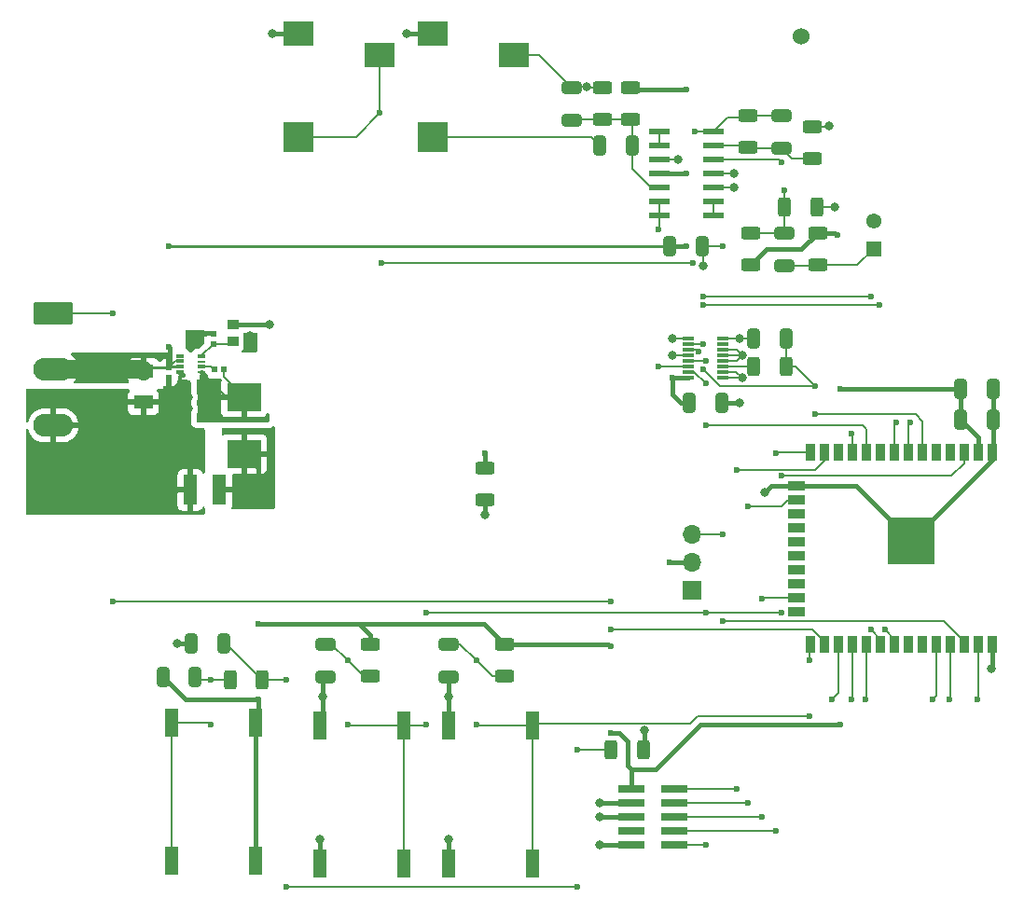
<source format=gbr>
%TF.GenerationSoftware,KiCad,Pcbnew,(6.0.11)*%
%TF.CreationDate,2023-03-14T15:00:17-04:00*%
%TF.ProjectId,RDNT_PCB,52444e54-5f50-4434-922e-6b696361645f,rev?*%
%TF.SameCoordinates,Original*%
%TF.FileFunction,Copper,L1,Top*%
%TF.FilePolarity,Positive*%
%FSLAX46Y46*%
G04 Gerber Fmt 4.6, Leading zero omitted, Abs format (unit mm)*
G04 Created by KiCad (PCBNEW (6.0.11)) date 2023-03-14 15:00:17*
%MOMM*%
%LPD*%
G01*
G04 APERTURE LIST*
G04 Aperture macros list*
%AMRoundRect*
0 Rectangle with rounded corners*
0 $1 Rounding radius*
0 $2 $3 $4 $5 $6 $7 $8 $9 X,Y pos of 4 corners*
0 Add a 4 corners polygon primitive as box body*
4,1,4,$2,$3,$4,$5,$6,$7,$8,$9,$2,$3,0*
0 Add four circle primitives for the rounded corners*
1,1,$1+$1,$2,$3*
1,1,$1+$1,$4,$5*
1,1,$1+$1,$6,$7*
1,1,$1+$1,$8,$9*
0 Add four rect primitives between the rounded corners*
20,1,$1+$1,$2,$3,$4,$5,0*
20,1,$1+$1,$4,$5,$6,$7,0*
20,1,$1+$1,$6,$7,$8,$9,0*
20,1,$1+$1,$8,$9,$2,$3,0*%
G04 Aperture macros list end*
%TA.AperFunction,SMDPad,CuDef*%
%ADD10RoundRect,0.250000X0.312500X0.625000X-0.312500X0.625000X-0.312500X-0.625000X0.312500X-0.625000X0*%
%TD*%
%TA.AperFunction,SMDPad,CuDef*%
%ADD11RoundRect,0.250000X-0.325000X-0.650000X0.325000X-0.650000X0.325000X0.650000X-0.325000X0.650000X0*%
%TD*%
%TA.AperFunction,ComponentPad*%
%ADD12RoundRect,0.249999X-1.550001X0.790001X-1.550001X-0.790001X1.550001X-0.790001X1.550001X0.790001X0*%
%TD*%
%TA.AperFunction,ComponentPad*%
%ADD13O,3.600000X2.080000*%
%TD*%
%TA.AperFunction,SMDPad,CuDef*%
%ADD14R,1.050000X1.050000*%
%TD*%
%TA.AperFunction,ComponentPad*%
%ADD15R,4.200000X4.200000*%
%TD*%
%TA.AperFunction,SMDPad,CuDef*%
%ADD16R,0.900000X1.500000*%
%TD*%
%TA.AperFunction,SMDPad,CuDef*%
%ADD17R,1.500000X0.900000*%
%TD*%
%TA.AperFunction,SMDPad,CuDef*%
%ADD18RoundRect,0.250000X-0.625000X0.312500X-0.625000X-0.312500X0.625000X-0.312500X0.625000X0.312500X0*%
%TD*%
%TA.AperFunction,SMDPad,CuDef*%
%ADD19R,2.800000X2.800000*%
%TD*%
%TA.AperFunction,SMDPad,CuDef*%
%ADD20R,2.800000X2.200000*%
%TD*%
%TA.AperFunction,SMDPad,CuDef*%
%ADD21R,1.260000X2.720000*%
%TD*%
%TA.AperFunction,SMDPad,CuDef*%
%ADD22R,0.980000X0.860000*%
%TD*%
%TA.AperFunction,SMDPad,CuDef*%
%ADD23R,0.745700X0.300000*%
%TD*%
%TA.AperFunction,SMDPad,CuDef*%
%ADD24R,0.745700X0.306400*%
%TD*%
%TA.AperFunction,SMDPad,CuDef*%
%ADD25R,0.745700X0.298400*%
%TD*%
%TA.AperFunction,SMDPad,CuDef*%
%ADD26R,0.720300X0.290400*%
%TD*%
%TA.AperFunction,SMDPad,CuDef*%
%ADD27R,0.720300X0.298400*%
%TD*%
%TA.AperFunction,SMDPad,CuDef*%
%ADD28R,0.745700X0.281000*%
%TD*%
%TA.AperFunction,SMDPad,CuDef*%
%ADD29RoundRect,0.250000X-0.312500X-0.625000X0.312500X-0.625000X0.312500X0.625000X-0.312500X0.625000X0*%
%TD*%
%TA.AperFunction,SMDPad,CuDef*%
%ADD30R,0.600000X0.510000*%
%TD*%
%TA.AperFunction,SMDPad,CuDef*%
%ADD31RoundRect,0.250000X0.650000X-0.325000X0.650000X0.325000X-0.650000X0.325000X-0.650000X-0.325000X0*%
%TD*%
%TA.AperFunction,SMDPad,CuDef*%
%ADD32R,3.149600X2.565400*%
%TD*%
%TA.AperFunction,SMDPad,CuDef*%
%ADD33R,2.400000X0.740000*%
%TD*%
%TA.AperFunction,SMDPad,CuDef*%
%ADD34R,1.200000X2.500000*%
%TD*%
%TA.AperFunction,SMDPad,CuDef*%
%ADD35R,1.981200X0.558800*%
%TD*%
%TA.AperFunction,SMDPad,CuDef*%
%ADD36RoundRect,0.250000X0.625000X-0.312500X0.625000X0.312500X-0.625000X0.312500X-0.625000X-0.312500X0*%
%TD*%
%TA.AperFunction,SMDPad,CuDef*%
%ADD37RoundRect,0.250000X0.325000X0.650000X-0.325000X0.650000X-0.325000X-0.650000X0.325000X-0.650000X0*%
%TD*%
%TA.AperFunction,SMDPad,CuDef*%
%ADD38R,1.820000X1.250000*%
%TD*%
%TA.AperFunction,SMDPad,CuDef*%
%ADD39R,0.600000X0.540000*%
%TD*%
%TA.AperFunction,SMDPad,CuDef*%
%ADD40RoundRect,0.250000X-0.650000X0.325000X-0.650000X-0.325000X0.650000X-0.325000X0.650000X0.325000X0*%
%TD*%
%TA.AperFunction,SMDPad,CuDef*%
%ADD41R,0.540000X0.600000*%
%TD*%
%TA.AperFunction,ComponentPad*%
%ADD42R,1.700000X1.700000*%
%TD*%
%TA.AperFunction,ComponentPad*%
%ADD43O,1.700000X1.700000*%
%TD*%
%TA.AperFunction,SMDPad,CuDef*%
%ADD44R,0.977900X0.304800*%
%TD*%
%TA.AperFunction,ComponentPad*%
%ADD45R,1.378000X1.378000*%
%TD*%
%TA.AperFunction,ComponentPad*%
%ADD46C,1.378000*%
%TD*%
%TA.AperFunction,ViaPad*%
%ADD47C,0.600000*%
%TD*%
%TA.AperFunction,ViaPad*%
%ADD48C,1.524000*%
%TD*%
%TA.AperFunction,ViaPad*%
%ADD49C,0.800000*%
%TD*%
%TA.AperFunction,Conductor*%
%ADD50C,0.200000*%
%TD*%
%TA.AperFunction,Conductor*%
%ADD51C,0.400000*%
%TD*%
%TA.AperFunction,Conductor*%
%ADD52C,0.250000*%
%TD*%
%TA.AperFunction,Conductor*%
%ADD53C,1.676400*%
%TD*%
G04 APERTURE END LIST*
D10*
%TO.P,R4,1*%
%TO.N,/ADC_In*%
X151068500Y-51562000D03*
%TO.P,R4,2*%
%TO.N,Net-(U2-Pad3)*%
X148143500Y-51562000D03*
%TD*%
D11*
%TO.P,C13,1*%
%TO.N,AGND*%
X148131000Y-49022000D03*
%TO.P,C13,2*%
%TO.N,/ADC_In*%
X151081000Y-49022000D03*
%TD*%
D12*
%TO.P,J6,1,Pin_1*%
%TO.N,/LED_out*%
X84549500Y-46736000D03*
D13*
%TO.P,J6,2,Pin_2*%
%TO.N,5V*%
X84549500Y-51816000D03*
%TO.P,J6,3,Pin_3*%
%TO.N,DGND*%
X84549500Y-56896000D03*
%TD*%
D14*
%TO.P,U1,39,GND*%
%TO.N,DGND*%
X160929000Y-65867000D03*
X162454000Y-67392000D03*
D15*
X162454000Y-67392000D03*
D14*
X163979000Y-67392000D03*
X162454000Y-68917000D03*
X160929000Y-67392000D03*
X162454000Y-65867000D03*
X160929000Y-68917000D03*
X163979000Y-65867000D03*
X163979000Y-68917000D03*
D16*
%TO.P,U1,38,GND*%
X169794000Y-76822000D03*
%TO.P,U1,37,IO23*%
%TO.N,/Case_backup*%
X168524000Y-76822000D03*
%TO.P,U1,36,IO22*%
%TO.N,/Case_LED*%
X167254000Y-76822000D03*
%TO.P,U1,35,TXD0/IO1*%
%TO.N,/Tx*%
X165984000Y-76822000D03*
%TO.P,U1,34,RXD0/IO3*%
%TO.N,/Rx*%
X164714000Y-76822000D03*
%TO.P,U1,33,IO21*%
%TO.N,unconnected-(U1-Pad33)*%
X163444000Y-76822000D03*
%TO.P,U1,32,NC*%
%TO.N,unconnected-(U1-Pad32)*%
X162174000Y-76822000D03*
%TO.P,U1,31,IO19*%
%TO.N,/sel2*%
X160904000Y-76822000D03*
%TO.P,U1,30,IO18*%
%TO.N,/sel1*%
X159634000Y-76822000D03*
%TO.P,U1,29,IO5*%
%TO.N,/sel1_backup*%
X158364000Y-76822000D03*
%TO.P,U1,28,IO17*%
%TO.N,/sel2_backup*%
X157094000Y-76822000D03*
%TO.P,U1,27,IO16*%
%TO.N,/LED_backup*%
X155824000Y-76822000D03*
%TO.P,U1,26,IO4*%
%TO.N,/LED_out*%
X154554000Y-76822000D03*
%TO.P,U1,25,IO0*%
%TO.N,/boot*%
X153284000Y-76822000D03*
D17*
%TO.P,U1,24,IO2*%
%TO.N,unconnected-(U1-Pad24)*%
X152034000Y-73792000D03*
%TO.P,U1,23,IO15*%
%TO.N,Net-(J1-Pad6)*%
X152034000Y-72522000D03*
%TO.P,U1,22,SDI/SD1*%
%TO.N,unconnected-(U1-Pad22)*%
X152034000Y-71252000D03*
%TO.P,U1,21,SDO/SD0*%
%TO.N,unconnected-(U1-Pad21)*%
X152034000Y-69982000D03*
%TO.P,U1,20,SCK/CLK*%
%TO.N,unconnected-(U1-Pad20)*%
X152034000Y-68712000D03*
%TO.P,U1,19,SCS/CMD*%
%TO.N,unconnected-(U1-Pad19)*%
X152034000Y-67442000D03*
%TO.P,U1,18,SWP/SD3*%
%TO.N,unconnected-(U1-Pad18)*%
X152034000Y-66172000D03*
%TO.P,U1,17,SHD/SD2*%
%TO.N,unconnected-(U1-Pad17)*%
X152034000Y-64902000D03*
%TO.P,U1,16,IO13*%
%TO.N,Net-(J1-Pad4)*%
X152034000Y-63632000D03*
%TO.P,U1,15,GND*%
%TO.N,DGND*%
X152034000Y-62362000D03*
D16*
%TO.P,U1,14,IO12*%
%TO.N,Net-(J1-Pad8)*%
X153284000Y-59322000D03*
%TO.P,U1,13,IO14*%
%TO.N,Net-(J1-Pad2)*%
X154554000Y-59322000D03*
%TO.P,U1,12,IO27*%
%TO.N,/Mode_sel*%
X155824000Y-59322000D03*
%TO.P,U1,11,IO26*%
%TO.N,/DAC_backup*%
X157094000Y-59322000D03*
%TO.P,U1,10,IO25*%
%TO.N,/Ble_DAC*%
X158364000Y-59322000D03*
%TO.P,U1,9,IO33*%
%TO.N,unconnected-(U1-Pad9)*%
X159634000Y-59322000D03*
%TO.P,U1,8,IO32*%
%TO.N,/Mode_backup*%
X160904000Y-59322000D03*
%TO.P,U1,7,IO35*%
%TO.N,/ADC_backup*%
X162174000Y-59322000D03*
%TO.P,U1,6,IO34*%
%TO.N,/ADC_In*%
X163444000Y-59322000D03*
%TO.P,U1,5,SENSOR_VN*%
%TO.N,unconnected-(U1-Pad5)*%
X164714000Y-59322000D03*
%TO.P,U1,4,SENSOR_VP*%
%TO.N,unconnected-(U1-Pad4)*%
X165984000Y-59322000D03*
%TO.P,U1,3,EN*%
%TO.N,/reset*%
X167254000Y-59322000D03*
%TO.P,U1,2,VDD*%
%TO.N,VCC*%
X168524000Y-59322000D03*
%TO.P,U1,1,GND*%
%TO.N,DGND*%
X169794000Y-59322000D03*
%TD*%
D18*
%TO.P,R7,1*%
%TO.N,5V*%
X136906000Y-26223500D03*
%TO.P,R7,2*%
%TO.N,Net-(C10-Pad1)*%
X136906000Y-29148500D03*
%TD*%
D19*
%TO.P,J_out1,T*%
%TO.N,/ADC_In*%
X106790000Y-30692000D03*
D20*
%TO.P,J_out1,S*%
%TO.N,AGND*%
X106790000Y-21292000D03*
%TO.P,J_out1,R*%
%TO.N,/ADC_In*%
X114190000Y-23292000D03*
%TD*%
D21*
%TO.P,C_out1,1*%
%TO.N,VCC*%
X99628000Y-62763400D03*
%TO.P,C_out1,2*%
%TO.N,DGND*%
X96968000Y-62763400D03*
%TD*%
D22*
%TO.P,R_fbt1,1*%
%TO.N,Net-(IC1-Pad8)*%
X100838000Y-49279000D03*
%TO.P,R_fbt1,2*%
%TO.N,VCC*%
X100838000Y-47749000D03*
%TD*%
D23*
%TO.P,IC1,1,NC_1*%
%TO.N,unconnected-(IC1-Pad1)*%
X96054650Y-50583400D03*
D24*
%TO.P,IC1,2,EN*%
%TO.N,5V*%
X96054650Y-51080200D03*
D25*
%TO.P,IC1,3,VIN*%
X96054650Y-51584200D03*
D23*
%TO.P,IC1,4,GND*%
%TO.N,DGND*%
X96054650Y-52083400D03*
D26*
%TO.P,IC1,5,SW*%
%TO.N,Net-(C_boot1-Pad2)*%
X97988650Y-52088200D03*
D27*
%TO.P,IC1,6,BST*%
%TO.N,Net-(C_boot1-Pad1)*%
X97988650Y-51584200D03*
D28*
%TO.P,IC1,7,NC_2*%
%TO.N,unconnected-(IC1-Pad7)*%
X98001350Y-51092900D03*
D23*
%TO.P,IC1,8,FB*%
%TO.N,Net-(IC1-Pad8)*%
X98001350Y-50583400D03*
%TD*%
D18*
%TO.P,R17,1*%
%TO.N,VCC*%
X153924000Y-39431500D03*
%TO.P,R17,2*%
%TO.N,Net-(C7-Pad1)*%
X153924000Y-42356500D03*
%TD*%
%TO.P,R20,1*%
%TO.N,AGND*%
X153416000Y-29779500D03*
%TO.P,R20,2*%
%TO.N,Net-(C8-Pad1)*%
X153416000Y-32704500D03*
%TD*%
D10*
%TO.P,R19,1*%
%TO.N,AGND*%
X153862500Y-37084000D03*
%TO.P,R19,2*%
%TO.N,Net-(C7-Pad2)*%
X150937500Y-37084000D03*
%TD*%
D29*
%TO.P,R2,1*%
%TO.N,/mode*%
X135189500Y-86360000D03*
%TO.P,R2,2*%
%TO.N,DGND*%
X138114500Y-86360000D03*
%TD*%
D30*
%TO.P,R_fbb1,1*%
%TO.N,DGND*%
X99060000Y-48602400D03*
%TO.P,R_fbb1,2*%
%TO.N,Net-(IC1-Pad8)*%
X99060000Y-49492400D03*
%TD*%
D18*
%TO.P,R15,1*%
%TO.N,VCC*%
X113284000Y-76769500D03*
%TO.P,R15,2*%
%TO.N,/reset*%
X113284000Y-79694500D03*
%TD*%
D11*
%TO.P,C5,1*%
%TO.N,VCC*%
X94488000Y-79756000D03*
%TO.P,C5,2*%
%TO.N,Net-(C5-Pad2)*%
X97438000Y-79756000D03*
%TD*%
D31*
%TO.P,C8,1*%
%TO.N,Net-(C8-Pad1)*%
X150622000Y-31701000D03*
%TO.P,C8,2*%
%TO.N,/Mic_out*%
X150622000Y-28751000D03*
%TD*%
D32*
%TO.P,L1,1,1*%
%TO.N,VCC*%
X101854000Y-59486800D03*
%TO.P,L1,2,2*%
%TO.N,Net-(C_boot1-Pad2)*%
X101854000Y-54356000D03*
%TD*%
D33*
%TO.P,J1,1,VTref*%
%TO.N,VCC*%
X136988000Y-89916000D03*
%TO.P,J1,2,SWDIO/TMS*%
%TO.N,Net-(J1-Pad2)*%
X140888000Y-89916000D03*
%TO.P,J1,3,GND*%
%TO.N,DGND*%
X136988000Y-91186000D03*
%TO.P,J1,4,SWDCLK/TCK*%
%TO.N,Net-(J1-Pad4)*%
X140888000Y-91186000D03*
%TO.P,J1,5,GND*%
%TO.N,DGND*%
X136988000Y-92456000D03*
%TO.P,J1,6,SWO/TDO*%
%TO.N,Net-(J1-Pad6)*%
X140888000Y-92456000D03*
%TO.P,J1,7,KEY*%
%TO.N,unconnected-(J1-Pad7)*%
X136988000Y-93726000D03*
%TO.P,J1,8,NC/TDI*%
%TO.N,Net-(J1-Pad8)*%
X140888000Y-93726000D03*
%TO.P,J1,9,GNDDetect*%
%TO.N,DGND*%
X136988000Y-94996000D03*
%TO.P,J1,10,~{RESET}*%
%TO.N,/reset*%
X140888000Y-94996000D03*
%TD*%
D34*
%TO.P,SW1,4,A*%
%TO.N,VCC*%
X102870000Y-96420000D03*
%TO.P,SW1,3,K*%
X102870000Y-83920000D03*
%TO.P,SW1,2,2*%
%TO.N,Net-(C5-Pad2)*%
X95250000Y-96420000D03*
%TO.P,SW1,1,1*%
X95250000Y-83920000D03*
%TD*%
D18*
%TO.P,R3,1*%
%TO.N,AGND*%
X123698000Y-60767500D03*
%TO.P,R3,2*%
%TO.N,DGND*%
X123698000Y-63692500D03*
%TD*%
D35*
%TO.P,U3,1*%
%TO.N,Net-(U3-Pad1)*%
X139522200Y-30226000D03*
%TO.P,U3,2,-*%
X139522200Y-31496000D03*
%TO.P,U3,3,+*%
%TO.N,AGND*%
X139522200Y-32766000D03*
%TO.P,U3,4,V+*%
%TO.N,5V*%
X139522200Y-34036000D03*
%TO.P,U3,5,+*%
%TO.N,Net-(C10-Pad1)*%
X139522200Y-35306000D03*
%TO.P,U3,6,-*%
%TO.N,/AUX_mono*%
X139522200Y-36576000D03*
%TO.P,U3,7*%
X139522200Y-37846000D03*
%TO.P,U3,8*%
%TO.N,Net-(U3-Pad8)*%
X144449800Y-37846000D03*
%TO.P,U3,9,-*%
X144449800Y-36576000D03*
%TO.P,U3,10,+*%
%TO.N,AGND*%
X144449800Y-35306000D03*
%TO.P,U3,11,V-*%
X144449800Y-34036000D03*
%TO.P,U3,12,+*%
%TO.N,Net-(C7-Pad2)*%
X144449800Y-32766000D03*
%TO.P,U3,13,-*%
%TO.N,Net-(C8-Pad1)*%
X144449800Y-31496000D03*
%TO.P,U3,14*%
%TO.N,/Mic_out*%
X144449800Y-30226000D03*
%TD*%
D36*
%TO.P,R18,1*%
%TO.N,VCC*%
X147828000Y-42356500D03*
%TO.P,R18,2*%
%TO.N,Net-(C7-Pad2)*%
X147828000Y-39431500D03*
%TD*%
D11*
%TO.P,C4,1*%
%TO.N,DGND*%
X97077000Y-76708000D03*
%TO.P,C4,2*%
%TO.N,/mode*%
X100027000Y-76708000D03*
%TD*%
D37*
%TO.P,C10,1*%
%TO.N,Net-(C10-Pad1)*%
X137111000Y-31496000D03*
%TO.P,C10,2*%
%TO.N,Net-(C10-Pad2)*%
X134161000Y-31496000D03*
%TD*%
D38*
%TO.P,C_in1,1*%
%TO.N,5V*%
X92710000Y-51935400D03*
%TO.P,C_in1,2*%
%TO.N,DGND*%
X92710000Y-54795400D03*
%TD*%
D39*
%TO.P,C_inx1,1*%
%TO.N,5V*%
X94996000Y-51663400D03*
%TO.P,C_inx1,2*%
%TO.N,DGND*%
X94996000Y-52527400D03*
%TD*%
D34*
%TO.P,SW2,1,1*%
%TO.N,DGND*%
X108712000Y-84174000D03*
%TO.P,SW2,2,2*%
X108712000Y-96674000D03*
%TO.P,SW2,3,K*%
%TO.N,/reset*%
X116332000Y-84174000D03*
%TO.P,SW2,4,A*%
X116332000Y-96674000D03*
%TD*%
D40*
%TO.P,C12,1*%
%TO.N,/boot*%
X120396000Y-76757000D03*
%TO.P,C12,2*%
%TO.N,DGND*%
X120396000Y-79707000D03*
%TD*%
D31*
%TO.P,C9,1*%
%TO.N,Net-(C10-Pad1)*%
X131572000Y-29161000D03*
%TO.P,C9,2*%
%TO.N,Net-(C9-Pad2)*%
X131572000Y-26211000D03*
%TD*%
D36*
%TO.P,R8,1*%
%TO.N,Net-(C10-Pad1)*%
X134366000Y-29148500D03*
%TO.P,R8,2*%
%TO.N,AGND*%
X134366000Y-26223500D03*
%TD*%
D31*
%TO.P,C7,1*%
%TO.N,Net-(C7-Pad1)*%
X150876000Y-42369000D03*
%TO.P,C7,2*%
%TO.N,Net-(C7-Pad2)*%
X150876000Y-39419000D03*
%TD*%
D41*
%TO.P,C_boot1,1*%
%TO.N,Net-(C_boot1-Pad1)*%
X99136000Y-51841400D03*
%TO.P,C_boot1,2*%
%TO.N,Net-(C_boot1-Pad2)*%
X100000000Y-51841400D03*
%TD*%
D42*
%TO.P,J5,1,Pin_1*%
%TO.N,DGND*%
X142494000Y-71867000D03*
D43*
%TO.P,J5,2,Pin_2*%
%TO.N,5V*%
X142494000Y-69327000D03*
%TO.P,J5,3,Pin_3*%
%TO.N,/Case_LED*%
X142494000Y-66787000D03*
%TD*%
D11*
%TO.P,C11,1*%
%TO.N,5V*%
X140511000Y-40640000D03*
%TO.P,C11,2*%
%TO.N,AGND*%
X143461000Y-40640000D03*
%TD*%
D18*
%TO.P,R1,1*%
%TO.N,VCC*%
X125476000Y-76769500D03*
%TO.P,R1,2*%
%TO.N,/boot*%
X125476000Y-79694500D03*
%TD*%
D37*
%TO.P,C3,1*%
%TO.N,DGND*%
X169877000Y-53594000D03*
%TO.P,C3,2*%
%TO.N,VCC*%
X166927000Y-53594000D03*
%TD*%
D18*
%TO.P,R21,1*%
%TO.N,/Mic_out*%
X147574000Y-28763500D03*
%TO.P,R21,2*%
%TO.N,Net-(C8-Pad1)*%
X147574000Y-31688500D03*
%TD*%
D29*
%TO.P,R12,1*%
%TO.N,Net-(C5-Pad2)*%
X100584000Y-80010000D03*
%TO.P,R12,2*%
%TO.N,/mode*%
X103509000Y-80010000D03*
%TD*%
D40*
%TO.P,C1,1*%
%TO.N,/reset*%
X109220000Y-76757000D03*
%TO.P,C1,2*%
%TO.N,DGND*%
X109220000Y-79707000D03*
%TD*%
D37*
%TO.P,C6,1*%
%TO.N,AGND*%
X145239000Y-54864000D03*
%TO.P,C6,2*%
%TO.N,5V*%
X142289000Y-54864000D03*
%TD*%
D34*
%TO.P,SW3,1,1*%
%TO.N,DGND*%
X120396000Y-84174000D03*
%TO.P,SW3,2,2*%
X120396000Y-96674000D03*
%TO.P,SW3,3,K*%
%TO.N,/boot*%
X128016000Y-84174000D03*
%TO.P,SW3,4,A*%
X128016000Y-96674000D03*
%TD*%
D20*
%TO.P,J_in1,R*%
%TO.N,Net-(C9-Pad2)*%
X126382000Y-23292000D03*
%TO.P,J_in1,S*%
%TO.N,AGND*%
X118982000Y-21292000D03*
D19*
%TO.P,J_in1,T*%
%TO.N,Net-(C10-Pad2)*%
X118982000Y-30692000D03*
%TD*%
D44*
%TO.P,U2,1,S4*%
%TO.N,AGND*%
X145307050Y-52550441D03*
%TO.P,U2,2,S6*%
X145307050Y-52050315D03*
%TO.P,U2,3,D*%
%TO.N,Net-(U2-Pad3)*%
X145307050Y-51550189D03*
%TO.P,U2,4,S7*%
%TO.N,AGND*%
X145307050Y-51050063D03*
%TO.P,U2,5,S5*%
X145307050Y-50549937D03*
%TO.P,U2,6,EN*%
X145307050Y-50049811D03*
%TO.P,U2,7,NC*%
%TO.N,unconnected-(U2-Pad7)*%
X145307050Y-49549685D03*
%TO.P,U2,8,GND*%
%TO.N,AGND*%
X145307050Y-49049559D03*
%TO.P,U2,9,A2*%
X142220950Y-49049559D03*
%TO.P,U2,10,A1*%
%TO.N,/sel2*%
X142220950Y-49549685D03*
%TO.P,U2,11,A0*%
%TO.N,/sel1*%
X142220950Y-50049811D03*
%TO.P,U2,12,S3*%
%TO.N,AGND*%
X142220950Y-50549937D03*
%TO.P,U2,13,S0*%
%TO.N,/Mic_out*%
X142220950Y-51050063D03*
%TO.P,U2,14,S1*%
%TO.N,/AUX_mono*%
X142220950Y-51550189D03*
%TO.P,U2,15,S2*%
%TO.N,/Ble_DAC*%
X142220950Y-52050315D03*
%TO.P,U2,16,VDD*%
%TO.N,5V*%
X142220950Y-52550441D03*
%TD*%
D37*
%TO.P,C2,1*%
%TO.N,DGND*%
X169877000Y-56388000D03*
%TO.P,C2,2*%
%TO.N,VCC*%
X166927000Y-56388000D03*
%TD*%
D45*
%TO.P,MK2,1*%
%TO.N,Net-(C7-Pad1)*%
X159036000Y-40894000D03*
D46*
%TO.P,MK2,2*%
%TO.N,AGND*%
X159036000Y-38354000D03*
%TD*%
D47*
%TO.N,/mode*%
X132080000Y-86360000D03*
X132080000Y-98806000D03*
X105664000Y-98806000D03*
X105664000Y-80010000D03*
%TO.N,/reset*%
X143764000Y-73914000D03*
D48*
%TO.N,AGND*%
X152400000Y-21590000D03*
D47*
X145288000Y-40640000D03*
%TO.N,/ADC_In*%
X153670000Y-53340000D03*
X153670000Y-55880000D03*
%TO.N,/Ble_DAC*%
X143764000Y-53086000D03*
X143764000Y-56896000D03*
%TO.N,/Case_LED*%
X145288000Y-66802000D03*
X145288000Y-74676000D03*
%TO.N,/LED_out*%
X89916000Y-46736000D03*
X89916000Y-72898000D03*
X135128000Y-72898000D03*
X135128000Y-75438000D03*
%TO.N,/sel1*%
X158750000Y-75438000D03*
X158750000Y-45212000D03*
X143510000Y-45212000D03*
X143139000Y-50154630D03*
%TO.N,/sel2*%
X160020000Y-75438000D03*
X143510000Y-49530000D03*
X159512000Y-45974000D03*
X143510000Y-45974000D03*
%TO.N,/reset*%
X150640500Y-61486500D03*
X118364000Y-73914000D03*
X118364000Y-84074000D03*
X150640500Y-73914000D03*
%TO.N,/boot*%
X153162000Y-78232000D03*
X153162000Y-83312000D03*
%TO.N,Net-(J1-Pad8)*%
X150114000Y-59436000D03*
%TO.N,Net-(J1-Pad6)*%
X148844000Y-72644000D03*
%TO.N,Net-(J1-Pad4)*%
X147574000Y-64262000D03*
%TO.N,Net-(J1-Pad2)*%
X146558000Y-60960000D03*
%TO.N,/Rx*%
X164338000Y-81788000D03*
%TO.N,/Tx*%
X165862000Y-81788000D03*
%TO.N,/sel2_backup*%
X156972000Y-81788000D03*
%TO.N,/sel1_backup*%
X158242000Y-81788000D03*
%TO.N,/Case_backup*%
X168402000Y-81788000D03*
%TO.N,/LED_backup*%
X155194000Y-81788000D03*
%TO.N,/DAC_backup*%
X156972000Y-57658000D03*
%TO.N,/Mode_backup*%
X161036000Y-56642000D03*
%TO.N,/ADC_backup*%
X162306000Y-56642000D03*
%TO.N,/Mic_out*%
X142748000Y-30226000D03*
X143790374Y-51023689D03*
%TO.N,/AUX_mono*%
X139446000Y-51562000D03*
X139446000Y-39116000D03*
%TO.N,/ADC_In*%
X143510000Y-51816000D03*
X142612500Y-42164000D03*
X114300000Y-42164000D03*
X114190000Y-28558000D03*
%TO.N,5V*%
X140462000Y-69342000D03*
%TO.N,/reset*%
X143764000Y-94996000D03*
%TO.N,Net-(J1-Pad8)*%
X150114000Y-93726000D03*
%TO.N,Net-(J1-Pad6)*%
X148844000Y-92456000D03*
%TO.N,Net-(J1-Pad4)*%
X147574000Y-91186000D03*
%TO.N,Net-(J1-Pad2)*%
X146558000Y-89916000D03*
%TO.N,/boot*%
X122936000Y-78232000D03*
X122936000Y-84074000D03*
%TO.N,/reset*%
X111252000Y-78232000D03*
X111252000Y-84074000D03*
%TO.N,Net-(C5-Pad2)*%
X98806000Y-80010000D03*
X98806000Y-84074000D03*
%TO.N,VCC*%
X155956000Y-84074000D03*
X135128000Y-84836000D03*
X135128000Y-76962000D03*
X103124000Y-74930000D03*
X103124000Y-81788000D03*
%TO.N,5V*%
X94996000Y-40640000D03*
X94996000Y-49784000D03*
X140716000Y-52578000D03*
X141986000Y-26416000D03*
X141986000Y-34036000D03*
X141986000Y-40640000D03*
%TO.N,VCC*%
X155956000Y-53594000D03*
X155702000Y-39624000D03*
%TO.N,Net-(C7-Pad2)*%
X150622000Y-33020000D03*
X150876000Y-35560000D03*
D49*
%TO.N,AGND*%
X132998500Y-26162000D03*
X141224000Y-32766000D03*
X146304000Y-34036000D03*
X140716000Y-49022000D03*
X146812000Y-49022000D03*
D47*
X123698000Y-59436000D03*
D49*
X104394000Y-21336000D03*
%TO.N,DGND*%
X149098000Y-62992000D03*
X169672000Y-78994000D03*
X108966000Y-81534000D03*
X95758000Y-76708000D03*
X102362000Y-48768000D03*
X95758000Y-54356000D03*
X138176000Y-84582000D03*
X120396000Y-94488000D03*
X96012000Y-58928000D03*
X96774000Y-54356000D03*
X95250000Y-64008000D03*
X134112000Y-94996000D03*
X97028000Y-49784000D03*
X120396000Y-81534000D03*
X134112000Y-91186000D03*
X134112000Y-92456000D03*
X97028000Y-48768000D03*
X97028000Y-58928000D03*
X95250000Y-62738000D03*
X108712000Y-94488000D03*
X96774000Y-55372000D03*
X123698000Y-65024000D03*
X97028000Y-57912000D03*
X102362000Y-49784000D03*
X96012000Y-57912000D03*
X95758000Y-55372000D03*
%TO.N,VCC*%
X103124000Y-62738000D03*
X104140000Y-47752000D03*
%TO.N,AGND*%
X154940000Y-29718000D03*
X155448000Y-37084000D03*
X143510000Y-42418000D03*
X140716000Y-50546000D03*
X147066000Y-52578000D03*
X147066000Y-50546000D03*
X146304000Y-35306000D03*
X146812000Y-54864000D03*
X116586000Y-21336000D03*
%TD*%
D50*
%TO.N,/mode*%
X132080000Y-86360000D02*
X135189500Y-86360000D01*
X105664000Y-98806000D02*
X132080000Y-98806000D01*
X103509000Y-80010000D02*
X105664000Y-80010000D01*
D51*
%TO.N,VCC*%
X136652000Y-87822500D02*
X136988000Y-88158500D01*
X135890000Y-84836000D02*
X136652000Y-85598000D01*
X135128000Y-84836000D02*
X135890000Y-84836000D01*
X136652000Y-85598000D02*
X136652000Y-87822500D01*
D50*
%TO.N,/reset*%
X143764000Y-73914000D02*
X150640500Y-73914000D01*
X118364000Y-73914000D02*
X143764000Y-73914000D01*
%TO.N,Net-(U2-Pad3)*%
X148131689Y-51550189D02*
X145307050Y-51550189D01*
X148143500Y-51562000D02*
X148131689Y-51550189D01*
%TO.N,AGND*%
X148131000Y-49022000D02*
X146812000Y-49022000D01*
%TO.N,/ADC_In*%
X153670000Y-55880000D02*
X162814000Y-55880000D01*
X162814000Y-55880000D02*
X163444000Y-56510000D01*
X163444000Y-56510000D02*
X163444000Y-59322000D01*
X151068500Y-49034500D02*
X151081000Y-49022000D01*
X151068500Y-51562000D02*
X151068500Y-49034500D01*
X151892000Y-51562000D02*
X151068500Y-51562000D01*
X153670000Y-53340000D02*
X151892000Y-51562000D01*
D51*
%TO.N,VCC*%
X123636500Y-74930000D02*
X125476000Y-76769500D01*
X112268000Y-74930000D02*
X123636500Y-74930000D01*
X113284000Y-75946000D02*
X113284000Y-76769500D01*
X112268000Y-74930000D02*
X113284000Y-75946000D01*
X103124000Y-74930000D02*
X112268000Y-74930000D01*
X99653400Y-62738000D02*
X99628000Y-62763400D01*
X103124000Y-62738000D02*
X99653400Y-62738000D01*
D50*
%TO.N,/DAC_backup*%
X157094000Y-57780000D02*
X157094000Y-59322000D01*
X156972000Y-57658000D02*
X157094000Y-57780000D01*
%TO.N,/ADC_backup*%
X162174000Y-56774000D02*
X162174000Y-59322000D01*
X162306000Y-56642000D02*
X162174000Y-56774000D01*
%TO.N,/Mode_backup*%
X160904000Y-56774000D02*
X160904000Y-59322000D01*
X161036000Y-56642000D02*
X160904000Y-56774000D01*
D51*
%TO.N,DGND*%
X169794000Y-78872000D02*
X169794000Y-76822000D01*
X169672000Y-78994000D02*
X169794000Y-78872000D01*
D50*
%TO.N,/Case_backup*%
X168524000Y-81666000D02*
X168524000Y-76822000D01*
X168402000Y-81788000D02*
X168524000Y-81666000D01*
%TO.N,/Tx*%
X165862000Y-81788000D02*
X165984000Y-81666000D01*
X165984000Y-81666000D02*
X165984000Y-76822000D01*
%TO.N,/Rx*%
X164714000Y-81412000D02*
X164714000Y-76822000D01*
X164338000Y-81788000D02*
X164714000Y-81412000D01*
%TO.N,/LED_backup*%
X155824000Y-81158000D02*
X155824000Y-76822000D01*
X155194000Y-81788000D02*
X155824000Y-81158000D01*
%TO.N,/sel2_backup*%
X156972000Y-81788000D02*
X157094000Y-81666000D01*
X157094000Y-81666000D02*
X157094000Y-76822000D01*
%TO.N,/sel1_backup*%
X158364000Y-81666000D02*
X158364000Y-76822000D01*
X158242000Y-81788000D02*
X158364000Y-81666000D01*
D51*
%TO.N,DGND*%
X152034000Y-62362000D02*
X157424000Y-62362000D01*
X157424000Y-62362000D02*
X162454000Y-67392000D01*
D50*
%TO.N,/mode*%
X100027000Y-76708000D02*
X100207000Y-76708000D01*
X100207000Y-76708000D02*
X103509000Y-80010000D01*
D51*
%TO.N,DGND*%
X96054650Y-52112650D02*
X96266000Y-52324000D01*
D52*
X96054650Y-52083400D02*
X96054650Y-52112650D01*
%TO.N,5V*%
X96054650Y-51584200D02*
X95075200Y-51584200D01*
X95075200Y-51584200D02*
X94996000Y-51663400D01*
D51*
%TO.N,Net-(C_boot1-Pad2)*%
X98298000Y-52578000D02*
X98298000Y-52832000D01*
X98298000Y-52397550D02*
X98298000Y-52578000D01*
X97988650Y-52088200D02*
X98298000Y-52397550D01*
D50*
X97988650Y-52088200D02*
X100256450Y-54356000D01*
X100256450Y-54356000D02*
X101854000Y-54356000D01*
X101854000Y-54356000D02*
X100000000Y-52502000D01*
X100000000Y-52502000D02*
X100000000Y-51841400D01*
%TO.N,Net-(C_boot1-Pad1)*%
X98878800Y-51584200D02*
X99136000Y-51841400D01*
X97988650Y-51584200D02*
X98878800Y-51584200D01*
%TO.N,Net-(IC1-Pad8)*%
X100624600Y-49492400D02*
X100838000Y-49279000D01*
X99060000Y-49492400D02*
X100624600Y-49492400D01*
X98001350Y-50583400D02*
X98001350Y-50551050D01*
X98001350Y-50551050D02*
X99060000Y-49492400D01*
%TO.N,AGND*%
X143461000Y-40640000D02*
X145288000Y-40640000D01*
%TO.N,/ADC_In*%
X145034000Y-53340000D02*
X153670000Y-53340000D01*
X143510000Y-51816000D02*
X145034000Y-53340000D01*
%TO.N,/Ble_DAC*%
X142728315Y-52050315D02*
X142220950Y-52050315D01*
X143764000Y-53086000D02*
X142728315Y-52050315D01*
X158242000Y-57150000D02*
X157988000Y-56896000D01*
X157988000Y-56896000D02*
X143764000Y-56896000D01*
X158364000Y-57272000D02*
X158242000Y-57150000D01*
X158364000Y-59322000D02*
X158364000Y-57272000D01*
%TO.N,/Case_LED*%
X145273000Y-66787000D02*
X142494000Y-66787000D01*
X165408000Y-74676000D02*
X145288000Y-74676000D01*
X167254000Y-76522000D02*
X165408000Y-74676000D01*
X167254000Y-76822000D02*
X167254000Y-76522000D01*
X145288000Y-66802000D02*
X145273000Y-66787000D01*
%TO.N,/sel2*%
X160904000Y-76322000D02*
X160904000Y-76822000D01*
X160020000Y-75438000D02*
X160904000Y-76322000D01*
%TO.N,/sel1*%
X158750000Y-75438000D02*
X159634000Y-76322000D01*
X159634000Y-76322000D02*
X159634000Y-76822000D01*
%TO.N,/LED_out*%
X89916000Y-46736000D02*
X84549500Y-46736000D01*
X135128000Y-72898000D02*
X89916000Y-72898000D01*
X152400000Y-75438000D02*
X135128000Y-75438000D01*
X153470000Y-75438000D02*
X152400000Y-75438000D01*
X154554000Y-76522000D02*
X153470000Y-75438000D01*
X154554000Y-76822000D02*
X154554000Y-76522000D01*
%TO.N,/sel1*%
X158750000Y-45212000D02*
X143510000Y-45212000D01*
X143034181Y-50049811D02*
X143139000Y-50154630D01*
X142220950Y-50049811D02*
X143034181Y-50049811D01*
%TO.N,/sel2*%
X143510000Y-45974000D02*
X159512000Y-45974000D01*
X143490315Y-49549685D02*
X143510000Y-49530000D01*
X142220950Y-49549685D02*
X143490315Y-49549685D01*
%TO.N,/reset*%
X167254000Y-60330000D02*
X167254000Y-59322000D01*
X166097500Y-61486500D02*
X167254000Y-60330000D01*
X150640500Y-61486500D02*
X166097500Y-61486500D01*
X118264000Y-84174000D02*
X118364000Y-84074000D01*
X116332000Y-84174000D02*
X118264000Y-84174000D01*
%TO.N,/boot*%
X153162000Y-76944000D02*
X153284000Y-76822000D01*
X153162000Y-78232000D02*
X153162000Y-76944000D01*
X143002000Y-83312000D02*
X153162000Y-83312000D01*
X142359000Y-83955000D02*
X143002000Y-83312000D01*
X128235000Y-83955000D02*
X142359000Y-83955000D01*
X128016000Y-84174000D02*
X128235000Y-83955000D01*
%TO.N,Net-(J1-Pad8)*%
X150228000Y-59322000D02*
X153284000Y-59322000D01*
X150114000Y-59436000D02*
X150228000Y-59322000D01*
%TO.N,Net-(J1-Pad6)*%
X148966000Y-72522000D02*
X152034000Y-72522000D01*
X148844000Y-72644000D02*
X148966000Y-72522000D01*
%TO.N,Net-(J1-Pad4)*%
X151252000Y-63632000D02*
X150622000Y-64262000D01*
X150622000Y-64262000D02*
X147574000Y-64262000D01*
X152034000Y-63632000D02*
X151252000Y-63632000D01*
D51*
%TO.N,DGND*%
X149728000Y-62362000D02*
X152034000Y-62362000D01*
X149098000Y-62992000D02*
X149728000Y-62362000D01*
D50*
%TO.N,Net-(J1-Pad2)*%
X154554000Y-60076000D02*
X154554000Y-59322000D01*
X153670000Y-60960000D02*
X154554000Y-60076000D01*
X146558000Y-60960000D02*
X153670000Y-60960000D01*
%TO.N,/Mic_out*%
X142748000Y-30226000D02*
X144449800Y-30226000D01*
X143764000Y-51050063D02*
X142220950Y-51050063D01*
X143790374Y-51023689D02*
X143764000Y-51050063D01*
%TO.N,/AUX_mono*%
X139446000Y-51562000D02*
X139457811Y-51550189D01*
X139457811Y-51550189D02*
X142220950Y-51550189D01*
X139522200Y-39039800D02*
X139446000Y-39116000D01*
X139522200Y-37846000D02*
X139522200Y-39039800D01*
%TO.N,/ADC_In*%
X114300000Y-42164000D02*
X142612500Y-42164000D01*
D53*
%TO.N,5V*%
X92590600Y-51816000D02*
X92710000Y-51935400D01*
X84549500Y-51816000D02*
X92590600Y-51816000D01*
X83581000Y-51816000D02*
X84549500Y-51816000D01*
D51*
X140477000Y-69327000D02*
X140462000Y-69342000D01*
X142494000Y-69327000D02*
X140477000Y-69327000D01*
D50*
%TO.N,/reset*%
X140888000Y-94996000D02*
X143764000Y-94996000D01*
%TO.N,Net-(J1-Pad8)*%
X140888000Y-93726000D02*
X150114000Y-93726000D01*
%TO.N,Net-(J1-Pad6)*%
X140888000Y-92456000D02*
X148844000Y-92456000D01*
%TO.N,Net-(J1-Pad4)*%
X140888000Y-91186000D02*
X147574000Y-91186000D01*
%TO.N,Net-(J1-Pad2)*%
X140888000Y-89916000D02*
X146558000Y-89916000D01*
%TO.N,/boot*%
X124398500Y-79694500D02*
X125476000Y-79694500D01*
X122936000Y-78232000D02*
X124398500Y-79694500D01*
X121461000Y-76757000D02*
X120396000Y-76757000D01*
X122936000Y-78232000D02*
X121461000Y-76757000D01*
X123036000Y-84174000D02*
X122936000Y-84074000D01*
X128016000Y-84174000D02*
X123036000Y-84174000D01*
X128016000Y-96674000D02*
X128016000Y-84174000D01*
%TO.N,/reset*%
X112714500Y-79694500D02*
X113284000Y-79694500D01*
X111252000Y-78232000D02*
X112714500Y-79694500D01*
X111252000Y-78232000D02*
X109777000Y-76757000D01*
X111352000Y-84174000D02*
X111252000Y-84074000D01*
X109777000Y-76757000D02*
X109220000Y-76757000D01*
X116332000Y-84174000D02*
X111352000Y-84174000D01*
X116332000Y-96674000D02*
X116332000Y-84174000D01*
%TO.N,Net-(C5-Pad2)*%
X98806000Y-80010000D02*
X100584000Y-80010000D01*
X97692000Y-80010000D02*
X97438000Y-79756000D01*
X98652000Y-83920000D02*
X98806000Y-84074000D01*
X98806000Y-80010000D02*
X97692000Y-80010000D01*
X95250000Y-83920000D02*
X98652000Y-83920000D01*
X95250000Y-96420000D02*
X95250000Y-83920000D01*
D51*
%TO.N,VCC*%
X103124000Y-60756800D02*
X101854000Y-59486800D01*
X103124000Y-62738000D02*
X103124000Y-60756800D01*
X155956000Y-84074000D02*
X143317500Y-84074000D01*
X143317500Y-84074000D02*
X140777500Y-86614000D01*
X139233000Y-88158500D02*
X140777500Y-86614000D01*
X136988000Y-88158500D02*
X139233000Y-88158500D01*
X136988000Y-88158500D02*
X136988000Y-89916000D01*
X134935500Y-76769500D02*
X135128000Y-76962000D01*
X125476000Y-76769500D02*
X134935500Y-76769500D01*
X102870000Y-83920000D02*
X102870000Y-96420000D01*
X103124000Y-81788000D02*
X96520000Y-81788000D01*
X96520000Y-81788000D02*
X94488000Y-79756000D01*
X103124000Y-83666000D02*
X102870000Y-83920000D01*
X103124000Y-81788000D02*
X103124000Y-83666000D01*
X100841000Y-47752000D02*
X100838000Y-47749000D01*
X104140000Y-47752000D02*
X100841000Y-47752000D01*
D50*
%TO.N,5V*%
X96054650Y-51080200D02*
X95579200Y-51080200D01*
X95579200Y-51080200D02*
X95076000Y-51583400D01*
D52*
X92982000Y-51663400D02*
X92710000Y-51935400D01*
X94996000Y-51663400D02*
X92982000Y-51663400D01*
D51*
X95076000Y-49864000D02*
X94996000Y-49784000D01*
X95076000Y-51583400D02*
X95076000Y-49864000D01*
D52*
X94996000Y-40640000D02*
X140511000Y-40640000D01*
D51*
X140743559Y-52550441D02*
X140716000Y-52578000D01*
X142220950Y-52550441D02*
X140743559Y-52550441D01*
X140716000Y-54102000D02*
X140716000Y-52578000D01*
X141478000Y-54864000D02*
X140716000Y-54102000D01*
X142289000Y-54864000D02*
X141478000Y-54864000D01*
X140511000Y-40640000D02*
X141986000Y-40640000D01*
X141986000Y-34036000D02*
X139522200Y-34036000D01*
X137098500Y-26416000D02*
X136906000Y-26223500D01*
X141986000Y-26416000D02*
X137098500Y-26416000D01*
%TO.N,VCC*%
X166927000Y-56388000D02*
X166927000Y-53594000D01*
X168524000Y-59322000D02*
X168524000Y-57985000D01*
X168524000Y-57985000D02*
X166927000Y-56388000D01*
X155956000Y-53594000D02*
X166927000Y-53594000D01*
X155509500Y-39431500D02*
X155702000Y-39624000D01*
X153924000Y-39431500D02*
X155509500Y-39431500D01*
D50*
%TO.N,Net-(C7-Pad2)*%
X150368000Y-32766000D02*
X144449800Y-32766000D01*
X150937500Y-37084000D02*
X150937500Y-35621500D01*
X150937500Y-35621500D02*
X150876000Y-35560000D01*
X150622000Y-33020000D02*
X150368000Y-32766000D01*
%TO.N,/AUX_mono*%
X139522200Y-36576000D02*
X139522200Y-37846000D01*
%TO.N,Net-(U3-Pad8)*%
X144449800Y-36576000D02*
X144449800Y-37846000D01*
%TO.N,Net-(C10-Pad1)*%
X137111000Y-33606000D02*
X137111000Y-31496000D01*
X138811000Y-35306000D02*
X137111000Y-33606000D01*
X139522200Y-35306000D02*
X138811000Y-35306000D01*
X131584500Y-29148500D02*
X131572000Y-29161000D01*
X134366000Y-29148500D02*
X131584500Y-29148500D01*
X136906000Y-29148500D02*
X134366000Y-29148500D01*
X137111000Y-31496000D02*
X137111000Y-29353500D01*
X137111000Y-29353500D02*
X136906000Y-29148500D01*
%TO.N,Net-(U3-Pad1)*%
X139522200Y-30226000D02*
X139522200Y-31496000D01*
%TO.N,/Mic_out*%
X150609500Y-28763500D02*
X150622000Y-28751000D01*
X147574000Y-28763500D02*
X150609500Y-28763500D01*
X145719800Y-28956000D02*
X147381500Y-28956000D01*
X144449800Y-30226000D02*
X145719800Y-28956000D01*
X147381500Y-28956000D02*
X147574000Y-28763500D01*
%TO.N,Net-(C8-Pad1)*%
X147381500Y-31496000D02*
X144449800Y-31496000D01*
X147574000Y-31688500D02*
X147381500Y-31496000D01*
X147586500Y-31701000D02*
X147574000Y-31688500D01*
X150622000Y-31701000D02*
X147586500Y-31701000D01*
%TO.N,/ADC_In*%
X114190000Y-28558000D02*
X114190000Y-23292000D01*
X112056000Y-30692000D02*
X114190000Y-28558000D01*
X106790000Y-30692000D02*
X112056000Y-30692000D01*
D51*
%TO.N,AGND*%
X104394000Y-21336000D02*
X106746000Y-21336000D01*
X106746000Y-21336000D02*
X106790000Y-21292000D01*
D50*
%TO.N,Net-(C10-Pad2)*%
X133357000Y-30692000D02*
X134161000Y-31496000D01*
X118982000Y-30692000D02*
X133357000Y-30692000D01*
%TO.N,Net-(C9-Pad2)*%
X128653000Y-23292000D02*
X126382000Y-23292000D01*
X131572000Y-26211000D02*
X128653000Y-23292000D01*
%TO.N,AGND*%
X132998500Y-26162000D02*
X133060000Y-26223500D01*
X133060000Y-26223500D02*
X134366000Y-26223500D01*
X154940000Y-29718000D02*
X154878500Y-29779500D01*
X154878500Y-29779500D02*
X153416000Y-29779500D01*
D51*
%TO.N,DGND*%
X95758000Y-76708000D02*
X97077000Y-76708000D01*
D50*
%TO.N,Net-(C8-Pad1)*%
X151625500Y-32704500D02*
X153416000Y-32704500D01*
X150622000Y-31701000D02*
X151625500Y-32704500D01*
%TO.N,Net-(C7-Pad1)*%
X159004000Y-40894000D02*
X159036000Y-40894000D01*
X153924000Y-42356500D02*
X157541500Y-42356500D01*
X157541500Y-42356500D02*
X159004000Y-40894000D01*
X153911500Y-42369000D02*
X153924000Y-42356500D01*
X150876000Y-42369000D02*
X153911500Y-42369000D01*
%TO.N,Net-(C7-Pad2)*%
X150876000Y-37145500D02*
X150937500Y-37084000D01*
X150876000Y-39419000D02*
X150876000Y-37145500D01*
X150863500Y-39431500D02*
X150876000Y-39419000D01*
X147828000Y-39431500D02*
X150863500Y-39431500D01*
D51*
%TO.N,VCC*%
X152461500Y-40894000D02*
X149290500Y-40894000D01*
X149290500Y-40894000D02*
X147828000Y-42356500D01*
X153924000Y-39431500D02*
X152461500Y-40894000D01*
D50*
%TO.N,AGND*%
X143510000Y-40689000D02*
X143461000Y-40640000D01*
X143510000Y-42418000D02*
X143510000Y-40689000D01*
X155448000Y-37084000D02*
X153862500Y-37084000D01*
X146304000Y-34036000D02*
X144449800Y-34036000D01*
X141224000Y-32766000D02*
X139522200Y-32766000D01*
X146304000Y-35306000D02*
X144449800Y-35306000D01*
X142193391Y-49022000D02*
X142220950Y-49049559D01*
X140716000Y-49022000D02*
X142193391Y-49022000D01*
X142217013Y-50546000D02*
X142220950Y-50549937D01*
X140716000Y-50546000D02*
X142217013Y-50546000D01*
X145334609Y-49022000D02*
X145307050Y-49049559D01*
X146812000Y-49022000D02*
X145334609Y-49022000D01*
X146569811Y-50049811D02*
X145307050Y-50049811D01*
X147066000Y-50546000D02*
X146569811Y-50049811D01*
X146538315Y-52050315D02*
X145307050Y-52050315D01*
X147066000Y-52578000D02*
X146538315Y-52050315D01*
X146558000Y-51054000D02*
X146554063Y-51050063D01*
X147066000Y-50546000D02*
X146558000Y-51054000D01*
X146554063Y-51050063D02*
X145307050Y-51050063D01*
X147066000Y-50546000D02*
X145310987Y-50546000D01*
X145310987Y-50546000D02*
X145307050Y-50549937D01*
X145334609Y-52578000D02*
X145307050Y-52550441D01*
X147066000Y-52578000D02*
X145334609Y-52578000D01*
D51*
X146812000Y-54864000D02*
X145239000Y-54864000D01*
X123698000Y-59436000D02*
X123698000Y-60767500D01*
%TO.N,DGND*%
X169794000Y-60052000D02*
X162454000Y-67392000D01*
X169794000Y-59322000D02*
X169794000Y-60052000D01*
X123698000Y-65024000D02*
X123698000Y-63692500D01*
X134112000Y-94996000D02*
X136988000Y-94996000D01*
X134112000Y-91186000D02*
X136988000Y-91186000D01*
X134112000Y-92456000D02*
X136988000Y-92456000D01*
X138176000Y-86298500D02*
X138114500Y-86360000D01*
X138176000Y-84582000D02*
X138176000Y-86298500D01*
X120396000Y-81534000D02*
X120396000Y-79707000D01*
X120396000Y-94488000D02*
X120396000Y-96674000D01*
X120396000Y-81534000D02*
X120396000Y-84174000D01*
X108712000Y-94488000D02*
X108712000Y-96674000D01*
X108966000Y-83920000D02*
X108712000Y-84174000D01*
X108966000Y-81534000D02*
X108966000Y-83920000D01*
X108966000Y-79961000D02*
X109220000Y-79707000D01*
X108966000Y-81534000D02*
X108966000Y-79961000D01*
%TO.N,AGND*%
X118938000Y-21336000D02*
X118982000Y-21292000D01*
X116586000Y-21336000D02*
X118938000Y-21336000D01*
%TO.N,DGND*%
X169877000Y-56388000D02*
X169877000Y-53594000D01*
X169877000Y-59239000D02*
X169794000Y-59322000D01*
X169877000Y-56388000D02*
X169877000Y-59239000D01*
D52*
%TO.N,5V*%
X95076000Y-51583400D02*
X94996000Y-51663400D01*
%TD*%
%TA.AperFunction,Conductor*%
%TO.N,5V*%
G36*
X95047523Y-50314817D02*
G01*
X95115607Y-50334938D01*
X95162005Y-50388675D01*
X95173300Y-50440816D01*
X95173300Y-50781534D01*
X95173669Y-50784929D01*
X95173669Y-50784933D01*
X95177535Y-50820516D01*
X95180055Y-50843716D01*
X95184401Y-50855308D01*
X95185064Y-50859009D01*
X95186902Y-50861982D01*
X95221652Y-50954676D01*
X95231185Y-50980105D01*
X95236570Y-50987290D01*
X95236571Y-50987292D01*
X95284541Y-51051298D01*
X95309389Y-51117805D01*
X95294336Y-51187187D01*
X95274172Y-51207373D01*
X95277104Y-51209914D01*
X95251671Y-51239265D01*
X95250000Y-51246948D01*
X95250000Y-51391285D01*
X95254475Y-51406524D01*
X95278953Y-51427735D01*
X95317336Y-51487461D01*
X95317336Y-51558458D01*
X95297266Y-51598524D01*
X95239769Y-51675242D01*
X95231185Y-51686695D01*
X95231160Y-51686676D01*
X95184177Y-51733555D01*
X95123915Y-51748900D01*
X94868000Y-51748900D01*
X94799879Y-51728898D01*
X94753386Y-51675242D01*
X94742000Y-51622900D01*
X94742000Y-50903516D01*
X94737525Y-50888277D01*
X94736135Y-50887072D01*
X94728452Y-50885401D01*
X94651331Y-50885401D01*
X94644510Y-50885771D01*
X94593648Y-50891295D01*
X94578396Y-50894921D01*
X94457946Y-50940076D01*
X94442351Y-50948614D01*
X94340276Y-51025115D01*
X94327714Y-51037677D01*
X94287109Y-51091856D01*
X94230250Y-51134371D01*
X94159431Y-51139397D01*
X94097138Y-51105337D01*
X94075763Y-51076800D01*
X94064788Y-51056754D01*
X93988285Y-50954676D01*
X93975724Y-50942115D01*
X93873649Y-50865614D01*
X93858054Y-50857076D01*
X93737606Y-50811922D01*
X93722351Y-50808295D01*
X93671486Y-50802769D01*
X93664672Y-50802400D01*
X92982115Y-50802400D01*
X92966876Y-50806875D01*
X92965671Y-50808265D01*
X92964000Y-50815948D01*
X92964000Y-52063400D01*
X92943998Y-52131521D01*
X92890342Y-52178014D01*
X92838000Y-52189400D01*
X91310116Y-52189400D01*
X91294877Y-52193875D01*
X91293672Y-52195265D01*
X91292001Y-52202948D01*
X91292001Y-52605069D01*
X91292371Y-52611890D01*
X91297895Y-52662752D01*
X91301521Y-52678004D01*
X91346676Y-52798454D01*
X91355213Y-52814048D01*
X91403844Y-52878936D01*
X91428691Y-52945442D01*
X91413638Y-53014825D01*
X91363463Y-53065054D01*
X91303017Y-53080500D01*
X86540704Y-53080500D01*
X86472583Y-53060498D01*
X86426090Y-53006842D01*
X86415986Y-52936568D01*
X86443339Y-52874524D01*
X86581567Y-52706242D01*
X86587318Y-52697967D01*
X86707531Y-52491421D01*
X86711893Y-52482316D01*
X86797534Y-52259215D01*
X86800385Y-52249526D01*
X86834185Y-52087736D01*
X86833062Y-52073675D01*
X86822954Y-52070000D01*
X84421500Y-52070000D01*
X84353379Y-52049998D01*
X84306886Y-51996342D01*
X84295500Y-51944000D01*
X84295500Y-51688000D01*
X84302757Y-51663285D01*
X91292000Y-51663285D01*
X91296475Y-51678524D01*
X91297865Y-51679729D01*
X91305548Y-51681400D01*
X92437885Y-51681400D01*
X92453124Y-51676925D01*
X92454329Y-51675535D01*
X92456000Y-51667852D01*
X92456000Y-50820516D01*
X92451525Y-50805277D01*
X92450135Y-50804072D01*
X92442452Y-50802401D01*
X91755331Y-50802401D01*
X91748510Y-50802771D01*
X91697648Y-50808295D01*
X91682396Y-50811921D01*
X91561946Y-50857076D01*
X91546351Y-50865614D01*
X91444276Y-50942115D01*
X91431715Y-50954676D01*
X91355214Y-51056751D01*
X91346676Y-51072346D01*
X91301522Y-51192794D01*
X91297895Y-51208049D01*
X91292369Y-51258914D01*
X91292000Y-51265728D01*
X91292000Y-51663285D01*
X84302757Y-51663285D01*
X84315502Y-51619879D01*
X84369158Y-51573386D01*
X84421500Y-51562000D01*
X86820358Y-51562000D01*
X86834444Y-51557864D01*
X86836493Y-51544886D01*
X86833540Y-51519369D01*
X86831581Y-51509479D01*
X86766511Y-51279524D01*
X86762997Y-51270073D01*
X86661994Y-51053472D01*
X86657015Y-51044708D01*
X86522686Y-50847049D01*
X86516362Y-50839185D01*
X86352164Y-50665549D01*
X86344657Y-50658790D01*
X86170285Y-50525473D01*
X86128317Y-50468209D01*
X86123972Y-50397345D01*
X86158628Y-50335382D01*
X86221282Y-50301991D01*
X86247033Y-50299377D01*
X95047523Y-50314817D01*
G37*
%TD.AperFunction*%
%TD*%
%TA.AperFunction,Conductor*%
%TO.N,DGND*%
G36*
X102989889Y-48480502D02*
G01*
X103036382Y-48534158D01*
X103047768Y-48586498D01*
X103047771Y-48728900D01*
X103047798Y-50143527D01*
X103047798Y-50165587D01*
X103027797Y-50233708D01*
X102974142Y-50280202D01*
X102921388Y-50291588D01*
X102024232Y-50288667D01*
X101777638Y-50287864D01*
X101709582Y-50267641D01*
X101663265Y-50213834D01*
X101653390Y-50143527D01*
X101683093Y-50079043D01*
X101685150Y-50076841D01*
X101691261Y-50072261D01*
X101778615Y-49955705D01*
X101829745Y-49819316D01*
X101836500Y-49757134D01*
X101836500Y-48800866D01*
X101829745Y-48738684D01*
X101826973Y-48731288D01*
X101826971Y-48731282D01*
X101789275Y-48630729D01*
X101784092Y-48559922D01*
X101818013Y-48497553D01*
X101880268Y-48463424D01*
X101907257Y-48460500D01*
X102921768Y-48460500D01*
X102989889Y-48480502D01*
G37*
%TD.AperFunction*%
%TA.AperFunction,Conductor*%
G36*
X98205161Y-48280002D02*
G01*
X98251654Y-48333658D01*
X98255891Y-48345018D01*
X98257865Y-48346729D01*
X98265548Y-48348400D01*
X99188000Y-48348400D01*
X99256121Y-48368402D01*
X99302614Y-48422058D01*
X99314000Y-48474400D01*
X99314000Y-48602900D01*
X99293998Y-48671021D01*
X99240342Y-48717514D01*
X99188000Y-48728900D01*
X98711866Y-48728900D01*
X98649684Y-48735655D01*
X98513295Y-48786785D01*
X98494507Y-48800866D01*
X98453998Y-48831226D01*
X98387492Y-48856074D01*
X98378433Y-48856400D01*
X98270116Y-48856400D01*
X98254877Y-48860875D01*
X98253672Y-48862265D01*
X98252001Y-48869948D01*
X98252001Y-48902069D01*
X98252371Y-48908890D01*
X98257895Y-48959750D01*
X98261523Y-48975010D01*
X98271813Y-49002460D01*
X98276996Y-49073267D01*
X98271813Y-49090916D01*
X98261028Y-49119686D01*
X98258255Y-49127084D01*
X98251500Y-49189266D01*
X98251500Y-49388161D01*
X98231498Y-49456282D01*
X98214595Y-49477256D01*
X97803856Y-49887995D01*
X97741544Y-49922021D01*
X97714761Y-49924900D01*
X97580366Y-49924900D01*
X97518184Y-49931655D01*
X97381795Y-49982785D01*
X97265239Y-50070139D01*
X97177885Y-50186695D01*
X97174733Y-50195103D01*
X97170423Y-50202975D01*
X97168119Y-50201713D01*
X97133736Y-50247488D01*
X97067175Y-50272190D01*
X97057980Y-50272495D01*
X96997121Y-50272296D01*
X96929066Y-50252072D01*
X96886410Y-50202518D01*
X96885577Y-50202974D01*
X96883434Y-50199060D01*
X96882749Y-50198264D01*
X96881981Y-50196405D01*
X96881264Y-50195096D01*
X96878115Y-50186695D01*
X96872735Y-50179516D01*
X96872733Y-50179513D01*
X96796142Y-50077319D01*
X96790761Y-50070139D01*
X96674205Y-49982785D01*
X96665796Y-49979633D01*
X96665795Y-49979632D01*
X96636252Y-49968557D01*
X96579487Y-49925916D01*
X96554511Y-49853304D01*
X96546366Y-49477256D01*
X96522788Y-48388728D01*
X96541310Y-48320191D01*
X96593946Y-48272547D01*
X96648758Y-48260000D01*
X98137040Y-48260000D01*
X98205161Y-48280002D01*
G37*
%TD.AperFunction*%
%TD*%
%TA.AperFunction,Conductor*%
%TO.N,VCC*%
G36*
X104574343Y-56967351D02*
G01*
X104627998Y-57013844D01*
X104648000Y-57081964D01*
X104648000Y-64390000D01*
X104627998Y-64458121D01*
X104574342Y-64504614D01*
X104522000Y-64516000D01*
X100835186Y-64516000D01*
X100767065Y-64495998D01*
X100720572Y-64442342D01*
X100710468Y-64372068D01*
X100717204Y-64345771D01*
X100756478Y-64241009D01*
X100760105Y-64225751D01*
X100765631Y-64174886D01*
X100766000Y-64168072D01*
X100766000Y-63035515D01*
X100761525Y-63020276D01*
X100760135Y-63019071D01*
X100752452Y-63017400D01*
X99822000Y-63017400D01*
X99822000Y-62509400D01*
X100747884Y-62509400D01*
X100763123Y-62504925D01*
X100764328Y-62503535D01*
X100765999Y-62495852D01*
X100765999Y-61403500D01*
X100786001Y-61335379D01*
X100839657Y-61288886D01*
X100891999Y-61277500D01*
X101581885Y-61277500D01*
X101597124Y-61273025D01*
X101598329Y-61271635D01*
X101600000Y-61263952D01*
X101600000Y-61259385D01*
X102108000Y-61259385D01*
X102112475Y-61274624D01*
X102113865Y-61275829D01*
X102121548Y-61277500D01*
X103473469Y-61277499D01*
X103480290Y-61277129D01*
X103531152Y-61271605D01*
X103546404Y-61267979D01*
X103666854Y-61222824D01*
X103682449Y-61214286D01*
X103784524Y-61137785D01*
X103797085Y-61125224D01*
X103873586Y-61023149D01*
X103882124Y-61007554D01*
X103927278Y-60887106D01*
X103930905Y-60871851D01*
X103936431Y-60820986D01*
X103936800Y-60814172D01*
X103936800Y-59758915D01*
X103932325Y-59743676D01*
X103930935Y-59742471D01*
X103923252Y-59740800D01*
X102126115Y-59740800D01*
X102110876Y-59745275D01*
X102109671Y-59746665D01*
X102108000Y-59754348D01*
X102108000Y-61259385D01*
X101600000Y-61259385D01*
X101600000Y-59214685D01*
X102108000Y-59214685D01*
X102112475Y-59229924D01*
X102113865Y-59231129D01*
X102121548Y-59232800D01*
X103918684Y-59232800D01*
X103933923Y-59228325D01*
X103935128Y-59226935D01*
X103936799Y-59219252D01*
X103936799Y-58159431D01*
X103936429Y-58152610D01*
X103930905Y-58101748D01*
X103927279Y-58086496D01*
X103882124Y-57966046D01*
X103873586Y-57950451D01*
X103797085Y-57848376D01*
X103784524Y-57835815D01*
X103682449Y-57759314D01*
X103666854Y-57750776D01*
X103546406Y-57705622D01*
X103531151Y-57701995D01*
X103480286Y-57696469D01*
X103473472Y-57696100D01*
X102126115Y-57696100D01*
X102110876Y-57700575D01*
X102109671Y-57701965D01*
X102108000Y-57709648D01*
X102108000Y-59214685D01*
X101600000Y-59214685D01*
X101600000Y-57714216D01*
X101595525Y-57698977D01*
X101594135Y-57697772D01*
X101586452Y-57696101D01*
X100234531Y-57696101D01*
X100227710Y-57696471D01*
X100176848Y-57701995D01*
X100161596Y-57705621D01*
X100041146Y-57750776D01*
X100025555Y-57759312D01*
X100023567Y-57760802D01*
X100021258Y-57761665D01*
X100017683Y-57763622D01*
X100017401Y-57763106D01*
X99957061Y-57785651D01*
X99887678Y-57770599D01*
X99837447Y-57720426D01*
X99822000Y-57659977D01*
X99822000Y-57281500D01*
X99842002Y-57213379D01*
X99895658Y-57166886D01*
X99948000Y-57155500D01*
X104014000Y-57155500D01*
X104017346Y-57155140D01*
X104017351Y-57155140D01*
X104119785Y-57144128D01*
X104119792Y-57144127D01*
X104123149Y-57143766D01*
X104126450Y-57143048D01*
X104172210Y-57133094D01*
X104172215Y-57133093D01*
X104175491Y-57132380D01*
X104279657Y-57097710D01*
X104402612Y-57018692D01*
X104439488Y-56986739D01*
X104504069Y-56957246D01*
X104574343Y-56967351D01*
G37*
%TD.AperFunction*%
%TD*%
%TA.AperFunction,Conductor*%
%TO.N,DGND*%
G36*
X96146771Y-52261902D02*
G01*
X96193264Y-52315558D01*
X96204650Y-52367900D01*
X96204650Y-52723284D01*
X96209125Y-52738523D01*
X96210515Y-52739728D01*
X96218198Y-52741399D01*
X96472169Y-52741399D01*
X96478990Y-52741029D01*
X96529852Y-52735505D01*
X96545104Y-52731879D01*
X96603770Y-52709886D01*
X96674578Y-52704703D01*
X96736947Y-52738624D01*
X96768707Y-52796558D01*
X96768896Y-52796502D01*
X96769149Y-52797364D01*
X96771076Y-52800879D01*
X96771599Y-52805708D01*
X96774000Y-52813885D01*
X96774000Y-52832000D01*
X96896500Y-52832000D01*
X96964621Y-52852002D01*
X97011114Y-52905658D01*
X97022500Y-52958000D01*
X97022500Y-53825063D01*
X97023038Y-53829149D01*
X97039459Y-53953880D01*
X97039461Y-53953888D01*
X97039998Y-53957970D01*
X97056879Y-54020969D01*
X97108177Y-54144811D01*
X97110234Y-54148374D01*
X97110239Y-54148384D01*
X97130216Y-54182986D01*
X97140929Y-54207048D01*
X97158403Y-54260827D01*
X97163880Y-54286592D01*
X97169791Y-54342829D01*
X97169791Y-54369171D01*
X97163880Y-54425410D01*
X97158403Y-54451176D01*
X97140930Y-54504951D01*
X97130218Y-54529011D01*
X97121420Y-54544250D01*
X97073424Y-54656332D01*
X97056686Y-54713337D01*
X97036468Y-54833572D01*
X97050361Y-54979067D01*
X97067099Y-55048062D01*
X97068770Y-55052237D01*
X97068772Y-55052242D01*
X97118069Y-55175380D01*
X97121420Y-55183750D01*
X97123674Y-55187654D01*
X97130218Y-55198989D01*
X97140930Y-55223049D01*
X97156788Y-55271853D01*
X97158403Y-55276824D01*
X97163880Y-55302589D01*
X97168654Y-55348000D01*
X97169792Y-55358830D01*
X97169792Y-55385168D01*
X97167083Y-55410944D01*
X97163881Y-55441407D01*
X97158404Y-55467173D01*
X97140929Y-55520953D01*
X97130216Y-55545014D01*
X97110952Y-55578381D01*
X97108178Y-55583186D01*
X97087461Y-55633200D01*
X97056878Y-55707032D01*
X97055811Y-55711014D01*
X97055810Y-55711017D01*
X97041963Y-55762695D01*
X97039997Y-55770032D01*
X97039459Y-55774117D01*
X97039458Y-55774123D01*
X97027470Y-55865186D01*
X97022500Y-55902937D01*
X97022500Y-56516000D01*
X97022860Y-56519346D01*
X97022860Y-56519351D01*
X97031463Y-56599369D01*
X97034234Y-56625149D01*
X97034952Y-56628449D01*
X97034952Y-56628450D01*
X97041961Y-56660669D01*
X97045620Y-56677491D01*
X97080290Y-56781657D01*
X97159308Y-56904612D01*
X97205801Y-56958268D01*
X97209194Y-56961208D01*
X97309450Y-57048081D01*
X97309453Y-57048083D01*
X97316261Y-57053982D01*
X97449210Y-57114698D01*
X97472964Y-57121673D01*
X97513008Y-57133431D01*
X97513012Y-57133432D01*
X97517331Y-57134700D01*
X97521780Y-57135340D01*
X97521786Y-57135341D01*
X97657553Y-57154861D01*
X97657558Y-57154861D01*
X97662000Y-57155500D01*
X98172000Y-57155500D01*
X98240121Y-57175502D01*
X98286614Y-57229158D01*
X98298000Y-57281500D01*
X98298000Y-61128302D01*
X98277998Y-61196423D01*
X98224342Y-61242916D01*
X98154068Y-61253020D01*
X98089488Y-61223526D01*
X98054018Y-61172532D01*
X98051324Y-61165346D01*
X98042786Y-61149751D01*
X97966285Y-61047676D01*
X97953724Y-61035115D01*
X97851649Y-60958614D01*
X97836054Y-60950076D01*
X97715606Y-60904922D01*
X97700351Y-60901295D01*
X97649486Y-60895769D01*
X97642672Y-60895400D01*
X97240115Y-60895400D01*
X97224876Y-60899875D01*
X97223671Y-60901265D01*
X97222000Y-60908948D01*
X97222000Y-64613284D01*
X97226475Y-64628523D01*
X97227865Y-64629728D01*
X97235548Y-64631399D01*
X97642669Y-64631399D01*
X97649490Y-64631029D01*
X97700352Y-64625505D01*
X97715604Y-64621879D01*
X97836054Y-64576724D01*
X97851649Y-64568186D01*
X97953724Y-64491685D01*
X97966285Y-64479124D01*
X98042786Y-64377049D01*
X98051324Y-64361454D01*
X98054018Y-64354268D01*
X98096660Y-64297504D01*
X98163222Y-64272804D01*
X98232570Y-64288012D01*
X98282688Y-64338298D01*
X98298000Y-64398498D01*
X98298000Y-64898000D01*
X98277998Y-64966121D01*
X98224342Y-65012614D01*
X98172000Y-65024000D01*
X82168000Y-65024000D01*
X82099879Y-65003998D01*
X82053386Y-64950342D01*
X82042000Y-64898000D01*
X82042000Y-64168069D01*
X95830001Y-64168069D01*
X95830371Y-64174890D01*
X95835895Y-64225752D01*
X95839521Y-64241004D01*
X95884676Y-64361454D01*
X95893214Y-64377049D01*
X95969715Y-64479124D01*
X95982276Y-64491685D01*
X96084351Y-64568186D01*
X96099946Y-64576724D01*
X96220394Y-64621878D01*
X96235649Y-64625505D01*
X96286514Y-64631031D01*
X96293328Y-64631400D01*
X96695885Y-64631400D01*
X96711124Y-64626925D01*
X96712329Y-64625535D01*
X96714000Y-64617852D01*
X96714000Y-63035515D01*
X96709525Y-63020276D01*
X96708135Y-63019071D01*
X96700452Y-63017400D01*
X95848116Y-63017400D01*
X95832877Y-63021875D01*
X95831672Y-63023265D01*
X95830001Y-63030948D01*
X95830001Y-64168069D01*
X82042000Y-64168069D01*
X82042000Y-62491285D01*
X95830000Y-62491285D01*
X95834475Y-62506524D01*
X95835865Y-62507729D01*
X95843548Y-62509400D01*
X96695885Y-62509400D01*
X96711124Y-62504925D01*
X96712329Y-62503535D01*
X96714000Y-62495852D01*
X96714000Y-60913516D01*
X96709525Y-60898277D01*
X96708135Y-60897072D01*
X96700452Y-60895401D01*
X96293331Y-60895401D01*
X96286510Y-60895771D01*
X96235648Y-60901295D01*
X96220396Y-60904921D01*
X96099946Y-60950076D01*
X96084351Y-60958614D01*
X95982276Y-61035115D01*
X95969715Y-61047676D01*
X95893214Y-61149751D01*
X95884676Y-61165346D01*
X95839522Y-61285794D01*
X95835895Y-61301049D01*
X95830369Y-61351914D01*
X95830000Y-61358728D01*
X95830000Y-62491285D01*
X82042000Y-62491285D01*
X82042000Y-57313940D01*
X82062002Y-57245819D01*
X82115658Y-57199326D01*
X82185932Y-57189222D01*
X82250512Y-57218716D01*
X82289239Y-57279633D01*
X82332489Y-57432476D01*
X82336003Y-57441927D01*
X82437006Y-57658528D01*
X82441985Y-57667292D01*
X82576314Y-57864951D01*
X82582638Y-57872815D01*
X82746836Y-58046451D01*
X82754343Y-58053210D01*
X82944188Y-58198357D01*
X82952667Y-58203821D01*
X83163283Y-58316752D01*
X83172529Y-58320792D01*
X83398487Y-58398596D01*
X83408268Y-58401107D01*
X83644834Y-58441969D01*
X83652706Y-58442824D01*
X83677185Y-58443936D01*
X83680018Y-58444000D01*
X84277385Y-58444000D01*
X84292624Y-58439525D01*
X84293829Y-58438135D01*
X84295500Y-58430452D01*
X84295500Y-58425885D01*
X84803500Y-58425885D01*
X84807975Y-58441124D01*
X84809365Y-58442329D01*
X84817048Y-58444000D01*
X85369572Y-58444000D01*
X85374604Y-58443798D01*
X85552759Y-58429464D01*
X85562712Y-58427852D01*
X85794800Y-58370846D01*
X85804370Y-58367663D01*
X86024360Y-58274282D01*
X86033299Y-58269608D01*
X86235524Y-58142261D01*
X86243599Y-58136220D01*
X86422868Y-57978173D01*
X86429871Y-57970921D01*
X86581562Y-57786250D01*
X86587318Y-57777967D01*
X86707531Y-57571421D01*
X86711893Y-57562316D01*
X86797534Y-57339215D01*
X86800385Y-57329526D01*
X86834185Y-57167736D01*
X86833062Y-57153675D01*
X86822954Y-57150000D01*
X84821615Y-57150000D01*
X84806376Y-57154475D01*
X84805171Y-57155865D01*
X84803500Y-57163548D01*
X84803500Y-58425885D01*
X84295500Y-58425885D01*
X84295500Y-56623885D01*
X84803500Y-56623885D01*
X84807975Y-56639124D01*
X84809365Y-56640329D01*
X84817048Y-56642000D01*
X86820358Y-56642000D01*
X86834444Y-56637864D01*
X86836493Y-56624886D01*
X86833540Y-56599369D01*
X86831581Y-56589479D01*
X86766511Y-56359524D01*
X86762997Y-56350073D01*
X86661994Y-56133472D01*
X86657015Y-56124708D01*
X86522686Y-55927049D01*
X86516362Y-55919185D01*
X86352164Y-55745549D01*
X86344657Y-55738790D01*
X86154812Y-55593643D01*
X86146333Y-55588179D01*
X85935717Y-55475248D01*
X85926471Y-55471208D01*
X85908642Y-55465069D01*
X91292001Y-55465069D01*
X91292371Y-55471890D01*
X91297895Y-55522752D01*
X91301521Y-55538004D01*
X91346676Y-55658454D01*
X91355214Y-55674049D01*
X91431715Y-55776124D01*
X91444276Y-55788685D01*
X91546351Y-55865186D01*
X91561946Y-55873724D01*
X91682394Y-55918878D01*
X91697649Y-55922505D01*
X91748514Y-55928031D01*
X91755328Y-55928400D01*
X92437885Y-55928400D01*
X92453124Y-55923925D01*
X92454329Y-55922535D01*
X92456000Y-55914852D01*
X92456000Y-55910284D01*
X92964000Y-55910284D01*
X92968475Y-55925523D01*
X92969865Y-55926728D01*
X92977548Y-55928399D01*
X93664669Y-55928399D01*
X93671490Y-55928029D01*
X93722352Y-55922505D01*
X93737604Y-55918879D01*
X93858054Y-55873724D01*
X93873649Y-55865186D01*
X93975724Y-55788685D01*
X93988285Y-55776124D01*
X94064786Y-55674049D01*
X94073324Y-55658454D01*
X94118478Y-55538006D01*
X94122105Y-55522751D01*
X94127631Y-55471886D01*
X94128000Y-55465072D01*
X94128000Y-55067515D01*
X94123525Y-55052276D01*
X94122135Y-55051071D01*
X94114452Y-55049400D01*
X92982115Y-55049400D01*
X92966876Y-55053875D01*
X92965671Y-55055265D01*
X92964000Y-55062948D01*
X92964000Y-55910284D01*
X92456000Y-55910284D01*
X92456000Y-55067515D01*
X92451525Y-55052276D01*
X92450135Y-55051071D01*
X92442452Y-55049400D01*
X91310116Y-55049400D01*
X91294877Y-55053875D01*
X91293672Y-55055265D01*
X91292001Y-55062948D01*
X91292001Y-55465069D01*
X85908642Y-55465069D01*
X85700513Y-55393404D01*
X85690732Y-55390893D01*
X85454166Y-55350031D01*
X85446294Y-55349176D01*
X85421815Y-55348064D01*
X85418982Y-55348000D01*
X84821615Y-55348000D01*
X84806376Y-55352475D01*
X84805171Y-55353865D01*
X84803500Y-55361548D01*
X84803500Y-56623885D01*
X84295500Y-56623885D01*
X84295500Y-55366115D01*
X84291025Y-55350876D01*
X84289635Y-55349671D01*
X84281952Y-55348000D01*
X83729428Y-55348000D01*
X83724396Y-55348202D01*
X83546241Y-55362536D01*
X83536288Y-55364148D01*
X83304200Y-55421154D01*
X83294630Y-55424337D01*
X83074640Y-55517718D01*
X83065701Y-55522392D01*
X82863476Y-55649739D01*
X82855401Y-55655780D01*
X82676132Y-55813827D01*
X82669129Y-55821079D01*
X82517438Y-56005750D01*
X82511682Y-56014033D01*
X82391469Y-56220579D01*
X82387107Y-56229684D01*
X82301464Y-56452790D01*
X82298616Y-56462469D01*
X82291337Y-56497310D01*
X82257828Y-56559901D01*
X82195798Y-56594439D01*
X82124943Y-56589959D01*
X82067758Y-56547883D01*
X82042399Y-56481569D01*
X82042000Y-56471544D01*
X82042000Y-53720000D01*
X82062002Y-53651879D01*
X82115658Y-53605386D01*
X82168000Y-53594000D01*
X91348201Y-53594000D01*
X91416322Y-53614002D01*
X91462815Y-53667658D01*
X91472919Y-53737932D01*
X91443425Y-53802512D01*
X91437296Y-53809095D01*
X91431715Y-53814676D01*
X91355214Y-53916751D01*
X91346676Y-53932346D01*
X91301522Y-54052794D01*
X91297895Y-54068049D01*
X91292369Y-54118914D01*
X91292000Y-54125728D01*
X91292000Y-54523285D01*
X91296475Y-54538524D01*
X91297865Y-54539729D01*
X91305548Y-54541400D01*
X94109884Y-54541400D01*
X94125123Y-54536925D01*
X94126328Y-54535535D01*
X94127999Y-54527852D01*
X94127999Y-54125731D01*
X94127629Y-54118910D01*
X94122105Y-54068048D01*
X94118479Y-54052796D01*
X94073324Y-53932346D01*
X94064786Y-53916751D01*
X93988285Y-53814676D01*
X93982704Y-53809095D01*
X93948678Y-53746783D01*
X93953743Y-53675968D01*
X93996290Y-53619132D01*
X94062810Y-53594321D01*
X94071799Y-53594000D01*
X94488000Y-53594000D01*
X94488000Y-53428457D01*
X94508002Y-53360336D01*
X94561658Y-53313843D01*
X94627610Y-53303194D01*
X94644519Y-53305031D01*
X94651328Y-53305400D01*
X94723885Y-53305400D01*
X94739124Y-53300925D01*
X94740329Y-53299535D01*
X94742000Y-53291852D01*
X94742000Y-52567900D01*
X94762002Y-52499779D01*
X94815658Y-52453286D01*
X94868000Y-52441900D01*
X95124000Y-52441900D01*
X95192121Y-52461902D01*
X95238614Y-52515558D01*
X95250000Y-52567900D01*
X95250000Y-53287284D01*
X95254475Y-53302523D01*
X95255865Y-53303728D01*
X95263548Y-53305399D01*
X95340669Y-53305399D01*
X95347490Y-53305029D01*
X95398352Y-53299505D01*
X95413604Y-53295879D01*
X95534054Y-53250724D01*
X95549649Y-53242186D01*
X95651724Y-53165685D01*
X95664285Y-53153124D01*
X95740786Y-53051049D01*
X95749324Y-53035454D01*
X95794478Y-52915006D01*
X95798106Y-52899751D01*
X95803879Y-52846601D01*
X95831120Y-52781039D01*
X95893645Y-52739311D01*
X95901775Y-52736924D01*
X95902979Y-52735535D01*
X95904650Y-52727852D01*
X95904650Y-52367900D01*
X95924652Y-52299779D01*
X95978308Y-52253286D01*
X96030650Y-52241900D01*
X96078650Y-52241900D01*
X96146771Y-52261902D01*
G37*
%TD.AperFunction*%
%TD*%
%TA.AperFunction,Conductor*%
%TO.N,Net-(C_boot1-Pad2)*%
G36*
X98075971Y-52261902D02*
G01*
X98122464Y-52315558D01*
X98133850Y-52367900D01*
X98133850Y-52723284D01*
X98138325Y-52738523D01*
X98139715Y-52739728D01*
X98147398Y-52741399D01*
X98393469Y-52741399D01*
X98400290Y-52741029D01*
X98451152Y-52735505D01*
X98466404Y-52731879D01*
X98586854Y-52686724D01*
X98602448Y-52678186D01*
X98629507Y-52657907D01*
X98696013Y-52633060D01*
X98740384Y-52639464D01*
X98740602Y-52638545D01*
X98748290Y-52640373D01*
X98755684Y-52643145D01*
X98763532Y-52643998D01*
X98763534Y-52643998D01*
X98813263Y-52649400D01*
X98817866Y-52649900D01*
X99454134Y-52649900D01*
X99458737Y-52649400D01*
X99508466Y-52643998D01*
X99508468Y-52643998D01*
X99516316Y-52643145D01*
X99524479Y-52640085D01*
X99525119Y-52640038D01*
X99531398Y-52638545D01*
X99531639Y-52639560D01*
X99595285Y-52634899D01*
X99611605Y-52639691D01*
X99627643Y-52643505D01*
X99678514Y-52649031D01*
X99685328Y-52649400D01*
X99714992Y-52649400D01*
X99783113Y-52669402D01*
X99829606Y-52723058D01*
X99839710Y-52793332D01*
X99828592Y-52826675D01*
X99829028Y-52826838D01*
X99780722Y-52955694D01*
X99777095Y-52970949D01*
X99771569Y-53021814D01*
X99771200Y-53028628D01*
X99771200Y-54083885D01*
X99775675Y-54099124D01*
X99777065Y-54100329D01*
X99784748Y-54102000D01*
X101982000Y-54102000D01*
X102050121Y-54122002D01*
X102096614Y-54175658D01*
X102108000Y-54228000D01*
X102108000Y-56128584D01*
X102112475Y-56143823D01*
X102113865Y-56145028D01*
X102121548Y-56146699D01*
X103473469Y-56146699D01*
X103480290Y-56146329D01*
X103531152Y-56140805D01*
X103546404Y-56137179D01*
X103666854Y-56092024D01*
X103682449Y-56083486D01*
X103784524Y-56006985D01*
X103797085Y-55994424D01*
X103873586Y-55892349D01*
X103882124Y-55876754D01*
X103896018Y-55839692D01*
X103938660Y-55782928D01*
X104005221Y-55758228D01*
X104074570Y-55773435D01*
X104124688Y-55823721D01*
X104140000Y-55883922D01*
X104140000Y-56516000D01*
X104119998Y-56584121D01*
X104066342Y-56630614D01*
X104014000Y-56642000D01*
X97662000Y-56642000D01*
X97593879Y-56621998D01*
X97547386Y-56568342D01*
X97536000Y-56516000D01*
X97536000Y-55902937D01*
X97552881Y-55839937D01*
X97553023Y-55839692D01*
X97608527Y-55743556D01*
X97628083Y-55683369D01*
X99771201Y-55683369D01*
X99771571Y-55690190D01*
X99777095Y-55741052D01*
X99780721Y-55756304D01*
X99825876Y-55876754D01*
X99834414Y-55892349D01*
X99910915Y-55994424D01*
X99923476Y-56006985D01*
X100025551Y-56083486D01*
X100041146Y-56092024D01*
X100161594Y-56137178D01*
X100176849Y-56140805D01*
X100227714Y-56146331D01*
X100234528Y-56146700D01*
X101581885Y-56146700D01*
X101597124Y-56142225D01*
X101598329Y-56140835D01*
X101600000Y-56133152D01*
X101600000Y-54628115D01*
X101595525Y-54612876D01*
X101594135Y-54611671D01*
X101586452Y-54610000D01*
X99789316Y-54610000D01*
X99774077Y-54614475D01*
X99772872Y-54615865D01*
X99771201Y-54623548D01*
X99771201Y-55683369D01*
X97628083Y-55683369D01*
X97667542Y-55561928D01*
X97687504Y-55372000D01*
X97667542Y-55182072D01*
X97608527Y-55000444D01*
X97566124Y-54927000D01*
X97549386Y-54858005D01*
X97566124Y-54801000D01*
X97605223Y-54733279D01*
X97605224Y-54733278D01*
X97608527Y-54727556D01*
X97667542Y-54545928D01*
X97687504Y-54356000D01*
X97667542Y-54166072D01*
X97608527Y-53984444D01*
X97552881Y-53888062D01*
X97536000Y-53825063D01*
X97536000Y-52867400D01*
X97556002Y-52799279D01*
X97609658Y-52752786D01*
X97662000Y-52741400D01*
X97825335Y-52741400D01*
X97840574Y-52736925D01*
X97841779Y-52735535D01*
X97843450Y-52727852D01*
X97843450Y-52367900D01*
X97863452Y-52299779D01*
X97917108Y-52253286D01*
X97969450Y-52241900D01*
X98007850Y-52241900D01*
X98075971Y-52261902D01*
G37*
%TD.AperFunction*%
%TD*%
M02*

</source>
